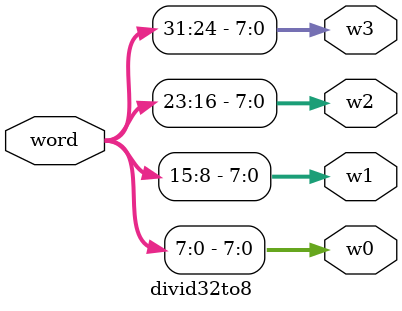
<source format=v>
module divid32to8 (word, w0, w1, w2, w3);
    input [31:0] word;
    output [7:0] w0, w1, w2, w3;

    assign w0 = word[ 7: 0];
    assign w1 = word[15: 8];
    assign w2 = word[23:16];
    assign w3 = word[31:24];
endmodule

</source>
